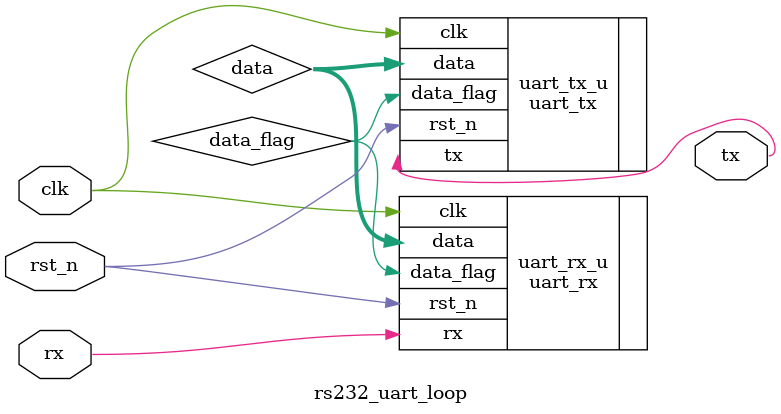
<source format=v>
module rs232_uart_loop#(
                parameter           BAUD = 9600,
                parameter           CLK_FRE  = 50_000_000
)(
                input       clk,
                input       rst_n,
                input       rx,
                output      tx
);

wire  [7:0]     data;
wire            data_flag;
uart_rx #(
                .BAUD       (9600),
                .CLK_FRE    (50_000_000)
)uart_rx_u(
                .clk        (clk) ,
                .rst_n      (rst_n) ,
                .rx         (rx) ,
                .data       (data) ,
                .data_flag  (data_flag)
);

uart_tx #(
                .BAUD (9600),
                .CLK_FRE (50_000_000)
)uart_tx_u(
                .clk         (clk),
                .rst_n       (rst_n),
                .data        (data),
                .data_flag   (data_flag),
                .tx          (tx)
);

endmodule
</source>
